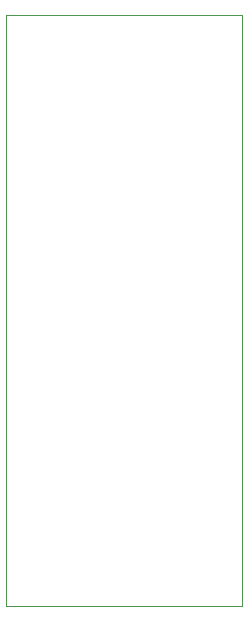
<source format=gbr>
G04 #@! TF.GenerationSoftware,KiCad,Pcbnew,(5.1.5)-3*
G04 #@! TF.CreationDate,2022-04-18T12:11:36+02:00*
G04 #@! TF.ProjectId,vkm,766b6d2e-6b69-4636-9164-5f7063625858,B*
G04 #@! TF.SameCoordinates,PX420a400PY707b2a8*
G04 #@! TF.FileFunction,Profile,NP*
%FSLAX46Y46*%
G04 Gerber Fmt 4.6, Leading zero omitted, Abs format (unit mm)*
G04 Created by KiCad (PCBNEW (5.1.5)-3) date 2022-04-18 12:11:36*
%MOMM*%
%LPD*%
G04 APERTURE LIST*
%ADD10C,0.050000*%
G04 APERTURE END LIST*
D10*
X0Y0D02*
X20000000Y0D01*
X0Y50000000D02*
X0Y0D01*
X20000000Y50000000D02*
X0Y50000000D01*
X20000000Y0D02*
X20000000Y50000000D01*
M02*

</source>
